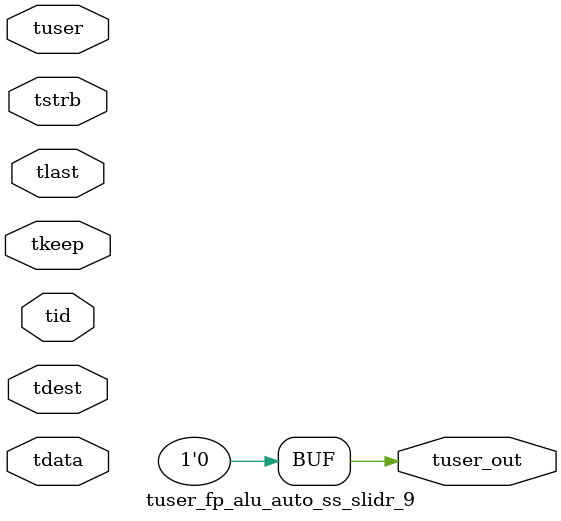
<source format=v>


`timescale 1ps/1ps

module tuser_fp_alu_auto_ss_slidr_9 #
(
parameter C_S_AXIS_TUSER_WIDTH = 1,
parameter C_S_AXIS_TDATA_WIDTH = 32,
parameter C_S_AXIS_TID_WIDTH   = 0,
parameter C_S_AXIS_TDEST_WIDTH = 0,
parameter C_M_AXIS_TUSER_WIDTH = 1
)
(
input  [(C_S_AXIS_TUSER_WIDTH == 0 ? 1 : C_S_AXIS_TUSER_WIDTH)-1:0     ] tuser,
input  [(C_S_AXIS_TDATA_WIDTH == 0 ? 1 : C_S_AXIS_TDATA_WIDTH)-1:0     ] tdata,
input  [(C_S_AXIS_TID_WIDTH   == 0 ? 1 : C_S_AXIS_TID_WIDTH)-1:0       ] tid,
input  [(C_S_AXIS_TDEST_WIDTH == 0 ? 1 : C_S_AXIS_TDEST_WIDTH)-1:0     ] tdest,
input  [(C_S_AXIS_TDATA_WIDTH/8)-1:0 ] tkeep,
input  [(C_S_AXIS_TDATA_WIDTH/8)-1:0 ] tstrb,
input                                                                    tlast,
output [C_M_AXIS_TUSER_WIDTH-1:0] tuser_out
);

assign tuser_out = {1'b0};

endmodule


</source>
